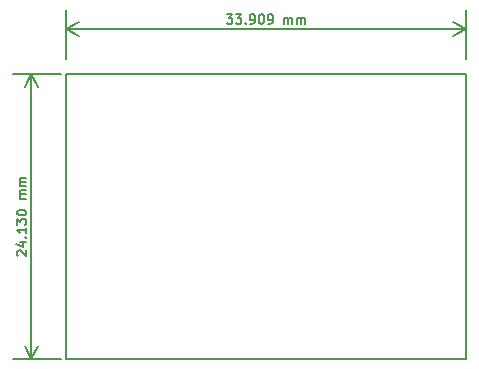
<source format=gbr>
G04 #@! TF.FileFunction,Drawing*
%FSLAX46Y46*%
G04 Gerber Fmt 4.6, Leading zero omitted, Abs format (unit mm)*
G04 Created by KiCad (PCBNEW 4.0.1-3.201512202202+6198~38~ubuntu15.04.1-stable) date Wed Jan  6 13:42:08 2016*
%MOMM*%
G01*
G04 APERTURE LIST*
%ADD10C,0.100000*%
%ADD11C,0.200000*%
%ADD12C,0.150000*%
G04 APERTURE END LIST*
D10*
D11*
X13602119Y29178095D02*
X14097357Y29178095D01*
X13830690Y28873333D01*
X13944976Y28873333D01*
X14021166Y28835238D01*
X14059262Y28797143D01*
X14097357Y28720952D01*
X14097357Y28530476D01*
X14059262Y28454286D01*
X14021166Y28416190D01*
X13944976Y28378095D01*
X13716404Y28378095D01*
X13640214Y28416190D01*
X13602119Y28454286D01*
X14364024Y29178095D02*
X14859262Y29178095D01*
X14592595Y28873333D01*
X14706881Y28873333D01*
X14783071Y28835238D01*
X14821167Y28797143D01*
X14859262Y28720952D01*
X14859262Y28530476D01*
X14821167Y28454286D01*
X14783071Y28416190D01*
X14706881Y28378095D01*
X14478309Y28378095D01*
X14402119Y28416190D01*
X14364024Y28454286D01*
X15202119Y28454286D02*
X15240214Y28416190D01*
X15202119Y28378095D01*
X15164024Y28416190D01*
X15202119Y28454286D01*
X15202119Y28378095D01*
X15621166Y28378095D02*
X15773547Y28378095D01*
X15849738Y28416190D01*
X15887833Y28454286D01*
X15964024Y28568571D01*
X16002119Y28720952D01*
X16002119Y29025714D01*
X15964024Y29101905D01*
X15925928Y29140000D01*
X15849738Y29178095D01*
X15697357Y29178095D01*
X15621166Y29140000D01*
X15583071Y29101905D01*
X15544976Y29025714D01*
X15544976Y28835238D01*
X15583071Y28759048D01*
X15621166Y28720952D01*
X15697357Y28682857D01*
X15849738Y28682857D01*
X15925928Y28720952D01*
X15964024Y28759048D01*
X16002119Y28835238D01*
X16497357Y29178095D02*
X16573548Y29178095D01*
X16649738Y29140000D01*
X16687833Y29101905D01*
X16725929Y29025714D01*
X16764024Y28873333D01*
X16764024Y28682857D01*
X16725929Y28530476D01*
X16687833Y28454286D01*
X16649738Y28416190D01*
X16573548Y28378095D01*
X16497357Y28378095D01*
X16421167Y28416190D01*
X16383071Y28454286D01*
X16344976Y28530476D01*
X16306881Y28682857D01*
X16306881Y28873333D01*
X16344976Y29025714D01*
X16383071Y29101905D01*
X16421167Y29140000D01*
X16497357Y29178095D01*
X17144976Y28378095D02*
X17297357Y28378095D01*
X17373548Y28416190D01*
X17411643Y28454286D01*
X17487834Y28568571D01*
X17525929Y28720952D01*
X17525929Y29025714D01*
X17487834Y29101905D01*
X17449738Y29140000D01*
X17373548Y29178095D01*
X17221167Y29178095D01*
X17144976Y29140000D01*
X17106881Y29101905D01*
X17068786Y29025714D01*
X17068786Y28835238D01*
X17106881Y28759048D01*
X17144976Y28720952D01*
X17221167Y28682857D01*
X17373548Y28682857D01*
X17449738Y28720952D01*
X17487834Y28759048D01*
X17525929Y28835238D01*
X18478310Y28378095D02*
X18478310Y28911429D01*
X18478310Y28835238D02*
X18516405Y28873333D01*
X18592596Y28911429D01*
X18706882Y28911429D01*
X18783072Y28873333D01*
X18821167Y28797143D01*
X18821167Y28378095D01*
X18821167Y28797143D02*
X18859263Y28873333D01*
X18935453Y28911429D01*
X19049739Y28911429D01*
X19125929Y28873333D01*
X19164024Y28797143D01*
X19164024Y28378095D01*
X19544977Y28378095D02*
X19544977Y28911429D01*
X19544977Y28835238D02*
X19583072Y28873333D01*
X19659263Y28911429D01*
X19773549Y28911429D01*
X19849739Y28873333D01*
X19887834Y28797143D01*
X19887834Y28378095D01*
X19887834Y28797143D02*
X19925930Y28873333D01*
X20002120Y28911429D01*
X20116406Y28911429D01*
X20192596Y28873333D01*
X20230691Y28797143D01*
X20230691Y28378095D01*
X0Y27940000D02*
X33909000Y27940000D01*
X0Y25400000D02*
X0Y29540000D01*
X33909000Y25400000D02*
X33909000Y29540000D01*
X33909000Y27940000D02*
X32782496Y27353579D01*
X33909000Y27940000D02*
X32782496Y28526421D01*
X0Y27940000D02*
X1126504Y27353579D01*
X0Y27940000D02*
X1126504Y28526421D01*
X-4082905Y8750714D02*
X-4121000Y8788809D01*
X-4159095Y8865000D01*
X-4159095Y9055476D01*
X-4121000Y9131666D01*
X-4082905Y9169762D01*
X-4006714Y9207857D01*
X-3930524Y9207857D01*
X-3816238Y9169762D01*
X-3359095Y8712619D01*
X-3359095Y9207857D01*
X-3892429Y9893571D02*
X-3359095Y9893571D01*
X-4197190Y9703095D02*
X-3625762Y9512619D01*
X-3625762Y10007857D01*
X-3435286Y10312619D02*
X-3397190Y10350714D01*
X-3359095Y10312619D01*
X-3397190Y10274524D01*
X-3435286Y10312619D01*
X-3359095Y10312619D01*
X-3359095Y11112619D02*
X-3359095Y10655476D01*
X-3359095Y10884047D02*
X-4159095Y10884047D01*
X-4044810Y10807857D01*
X-3968619Y10731666D01*
X-3930524Y10655476D01*
X-4159095Y11379286D02*
X-4159095Y11874524D01*
X-3854333Y11607857D01*
X-3854333Y11722143D01*
X-3816238Y11798333D01*
X-3778143Y11836429D01*
X-3701952Y11874524D01*
X-3511476Y11874524D01*
X-3435286Y11836429D01*
X-3397190Y11798333D01*
X-3359095Y11722143D01*
X-3359095Y11493571D01*
X-3397190Y11417381D01*
X-3435286Y11379286D01*
X-4159095Y12369762D02*
X-4159095Y12445953D01*
X-4121000Y12522143D01*
X-4082905Y12560238D01*
X-4006714Y12598334D01*
X-3854333Y12636429D01*
X-3663857Y12636429D01*
X-3511476Y12598334D01*
X-3435286Y12560238D01*
X-3397190Y12522143D01*
X-3359095Y12445953D01*
X-3359095Y12369762D01*
X-3397190Y12293572D01*
X-3435286Y12255476D01*
X-3511476Y12217381D01*
X-3663857Y12179286D01*
X-3854333Y12179286D01*
X-4006714Y12217381D01*
X-4082905Y12255476D01*
X-4121000Y12293572D01*
X-4159095Y12369762D01*
X-3359095Y13588810D02*
X-3892429Y13588810D01*
X-3816238Y13588810D02*
X-3854333Y13626905D01*
X-3892429Y13703096D01*
X-3892429Y13817382D01*
X-3854333Y13893572D01*
X-3778143Y13931667D01*
X-3359095Y13931667D01*
X-3778143Y13931667D02*
X-3854333Y13969763D01*
X-3892429Y14045953D01*
X-3892429Y14160239D01*
X-3854333Y14236429D01*
X-3778143Y14274524D01*
X-3359095Y14274524D01*
X-3359095Y14655477D02*
X-3892429Y14655477D01*
X-3816238Y14655477D02*
X-3854333Y14693572D01*
X-3892429Y14769763D01*
X-3892429Y14884049D01*
X-3854333Y14960239D01*
X-3778143Y14998334D01*
X-3359095Y14998334D01*
X-3778143Y14998334D02*
X-3854333Y15036430D01*
X-3892429Y15112620D01*
X-3892429Y15226906D01*
X-3854333Y15303096D01*
X-3778143Y15341191D01*
X-3359095Y15341191D01*
X-2921000Y0D02*
X-2921000Y24130000D01*
X-381000Y0D02*
X-4521000Y0D01*
X-381000Y24130000D02*
X-4521000Y24130000D01*
X-2921000Y24130000D02*
X-2334579Y23003496D01*
X-2921000Y24130000D02*
X-3507421Y23003496D01*
X-2921000Y0D02*
X-2334579Y1126504D01*
X-2921000Y0D02*
X-3507421Y1126504D01*
D12*
X0Y0D02*
X0Y24130000D01*
X33909000Y0D02*
X0Y0D01*
X33909000Y24130000D02*
X33909000Y0D01*
X0Y24130000D02*
X33909000Y24130000D01*
M02*

</source>
